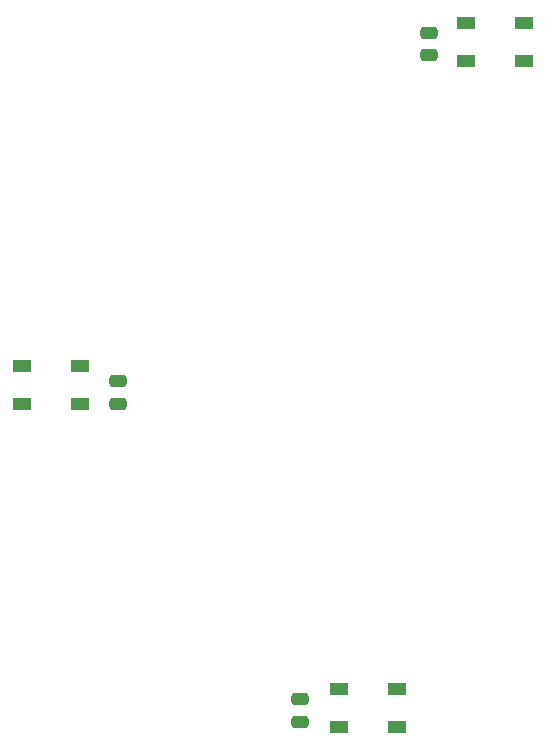
<source format=gtp>
%TF.GenerationSoftware,KiCad,Pcbnew,(6.0.7)*%
%TF.CreationDate,2022-11-21T20:11:54+01:00*%
%TF.ProjectId,Arbolito Tronco 2,4172626f-6c69-4746-9f20-54726f6e636f,rev?*%
%TF.SameCoordinates,Original*%
%TF.FileFunction,Paste,Top*%
%TF.FilePolarity,Positive*%
%FSLAX46Y46*%
G04 Gerber Fmt 4.6, Leading zero omitted, Abs format (unit mm)*
G04 Created by KiCad (PCBNEW (6.0.7)) date 2022-11-21 20:11:54*
%MOMM*%
%LPD*%
G01*
G04 APERTURE LIST*
G04 Aperture macros list*
%AMRoundRect*
4,1,4,-2.0000000000000004,-2.9999999999999996,-4.0000000000000009,-4.9999999999999991,-6.0000000000000009,-6.9999999999999991,-8.0000000000000018,-8.9999999999999982,-2.0000000000000004,-2.9999999999999996,0*
1,1,$1,$2,$3*
1,1,$1,$2,$3*
1,1,$1,$2,$3*
1,1,$1,$2,$3*
20,1,$1,$2,$3,$4,$5,180*
20,1,$1,$2,$3,$4,$5,180*
20,1,$1,$2,$3,$4,$5,180*
20,1,$1,$2,$3,$4,$5,180*%
G04 Aperture macros list end*
%AMCOMP60*
4,1,3,
0.47499999999999992,-0.25000000000000006,
0.47500000000000003,0.24999999999999994,
-0.47499999999999992,0.25000000000000006,
-0.47500000000000003,-0.24999999999999994,
0*
4,1,19,
0.47499999999999992,-0.50000000000000011,
0.39774575140626306,-0.48776412907378847,
0.32805368692688164,-0.45225424859373692,
0.27274575140626306,-0.39694631307311834,
0.23723587092621157,-0.32725424859373692,
0.22499999999999995,-0.25,
0.23723587092621154,-0.17274575140626319,
0.27274575140626311,-0.10305368692688177,
0.32805368692688164,-0.047745751406263207,
0.39774575140626311,-0.012235870926211666,
0.47499999999999992,-0.000000000000000058168801806562912,
0.552254248593737,-0.012235870926211685,
0.62194631307311821,-0.047745751406263186,
0.67725424859373684,-0.10305368692688177,
0.71276412907378839,-0.17274575140626319,
0.725,-0.25000000000000006,
0.71276412907378839,-0.32725424859373692,
0.67725424859373684,-0.39694631307311828,
0.62194631307311832,-0.45225424859373692,
0.55225424859373673,-0.48776412907378847,
0*
4,1,19,
0.475,-0.000000000000000058168801806562912,
0.39774575140626311,0.012235870926211569,
0.32805368692688169,0.047745751406263096,
0.27274575140626311,0.10305368692688169,
0.23723587092621162,0.17274575140626311,
0.225,0.24999999999999994,
0.2372358709262116,0.32725424859373681,
0.27274575140626317,0.39694631307311817,
0.32805368692688169,0.45225424859373681,
0.39774575140626317,0.48776412907378836,
0.475,0.49999999999999994,
0.55225424859373706,0.48776412907378836,
0.62194631307311821,0.45225424859373681,
0.67725424859373684,0.39694631307311828,
0.71276412907378839,0.32725424859373675,
0.725,0.24999999999999997,
0.71276412907378839,0.17274575140626311,
0.67725424859373684,0.10305368692688169,
0.62194631307311832,0.047745751406263089,
0.55225424859373684,0.01223587092621155,
0*
4,1,19,
-0.475,0.000000000000000058168801806562912,
-0.55225424859373684,0.012235870926211685,
-0.62194631307311821,0.047745751406263214,
-0.67725424859373684,0.1030536869268818,
-0.71276412907378839,0.17274575140626322,
-0.725,0.25000000000000006,
-0.71276412907378839,0.327254248593737,
-0.67725424859373684,0.39694631307311828,
-0.62194631307311832,0.45225424859373692,
-0.55225424859373673,0.48776412907378847,
-0.475,0.50000000000000011,
-0.397745751406263,0.48776412907378847,
-0.32805368692688169,0.45225424859373692,
-0.27274575140626306,0.3969463130731184,
-0.23723587092621157,0.32725424859373692,
-0.22499999999999995,0.25000000000000006,
-0.23723587092621154,0.17274575140626322,
-0.27274575140626311,0.1030536869268818,
-0.32805368692688164,0.047745751406263207,
-0.39774575140626306,0.012235870926211666,
0*
4,1,19,
-0.47500000000000003,-0.49999999999999994,
-0.552254248593737,-0.48776412907378836,
-0.62194631307311821,-0.45225424859373681,
-0.67725424859373684,-0.39694631307311823,
-0.71276412907378839,-0.32725424859373675,
-0.725,-0.24999999999999992,
-0.71276412907378839,-0.17274575140626308,
-0.67725424859373684,-0.10305368692688166,
-0.62194631307311832,-0.047745751406263089,
-0.55225424859373684,-0.01223587092621155,
-0.47500000000000003,0.000000000000000058168801806562925,
-0.39774575140626306,-0.012235870926211569,
-0.32805368692688175,-0.047745751406263068,
-0.27274575140626311,-0.10305368692688166,
-0.23723587092621162,-0.17274575140626308,
-0.225,-0.24999999999999992,
-0.2372358709262116,-0.32725424859373675,
-0.27274575140626317,-0.39694631307311817,
-0.32805368692688169,-0.45225424859373681,
-0.39774575140626311,-0.48776412907378836,
0*
4,1,3,
0.725,-0.25000000000000011,
0.22499999999999995,-0.25,
0.225,0.24999999999999997,
0.725,0.24999999999999989,
0*
4,1,3,
0.47500000000000003,0.49999999999999994,
0.475,-0.000000000000000058168801806562912,
-0.475,0.000000000000000058168801806562912,
-0.47499999999999992,0.50000000000000011,
0*
4,1,3,
-0.725,0.25000000000000011,
-0.22499999999999995,0.25,
-0.225,-0.24999999999999997,
-0.725,-0.24999999999999989,
0*
4,1,3,
-0.47500000000000003,-0.49999999999999994,
-0.475,0.000000000000000058168801806562912,
0.475,-0.000000000000000058168801806562912,
0.47499999999999992,-0.50000000000000011,
0*%
%ADD10COMP60,0.25X-0.475X0.25X-0.475X-0.25X0.475X-0.25X0.475X0.25X0*%
%ADD11R,1.5X1*%
G04 APERTURE END LIST*
D10*
%TO.C,C16*%
X0289000000Y-0015000000D02*
X0139950000Y0064400000D03*
X0139950000Y0066300000D03*
%TD*%
D11*
%TO.C,U5*%
X0163600000Y0037000000D03*
X0163600000Y0040200000D03*
X0158700000Y0040200000D03*
X0158700000Y0037000000D03*
%TD*%
D10*
%TO.C,C12*%
X0155400000Y0037450000D03*
X0155400000Y0039350000D03*
%TD*%
D11*
%TO.C,U1*%
X0174350000Y0093400000D03*
X0174350000Y0096600000D03*
X0169450000Y0096600000D03*
X0169450000Y0093400000D03*
%TD*%
D10*
%TO.C,C14*%
X0166300000Y0093900000D03*
X0166300000Y0095800000D03*
%TD*%
D11*
%TO.C,U4*%
X0136750000Y0064350000D03*
X0136750000Y0067550000D03*
X0131850000Y0067550000D03*
X0131850000Y0064350000D03*
%TD*%
M02*
</source>
